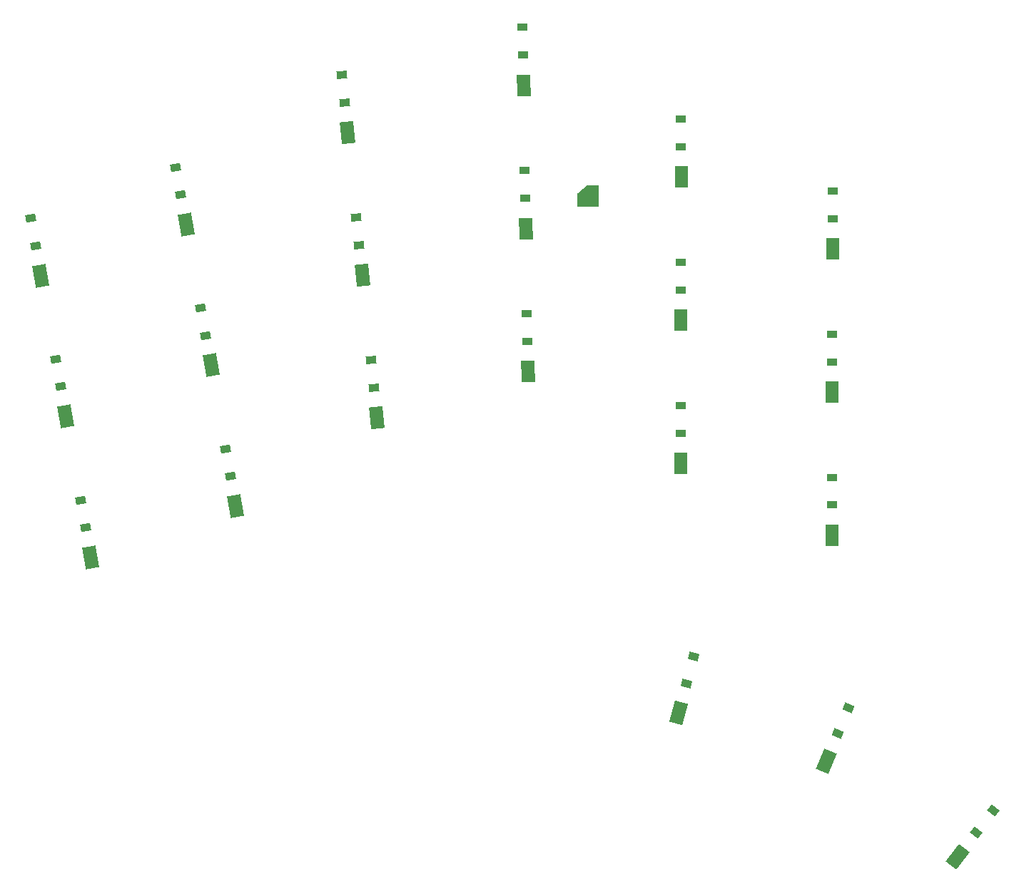
<source format=gbr>
%TF.GenerationSoftware,KiCad,Pcbnew,7.0.7*%
%TF.CreationDate,2024-02-04T11:46:41-06:00*%
%TF.ProjectId,main,6d61696e-2e6b-4696-9361-645f70636258,v1.0.0*%
%TF.SameCoordinates,Original*%
%TF.FileFunction,Paste,Top*%
%TF.FilePolarity,Positive*%
%FSLAX46Y46*%
G04 Gerber Fmt 4.6, Leading zero omitted, Abs format (unit mm)*
G04 Created by KiCad (PCBNEW 7.0.7) date 2024-02-04 11:46:41*
%MOMM*%
%LPD*%
G01*
G04 APERTURE LIST*
G04 Aperture macros list*
%AMRotRect*
0 Rectangle, with rotation*
0 The origin of the aperture is its center*
0 $1 length*
0 $2 width*
0 $3 Rotation angle, in degrees counterclockwise*
0 Add horizontal line*
21,1,$1,$2,0,0,$3*%
%AMFreePoly0*
4,1,6,1.300000,-1.300000,-1.300000,-1.300000,-1.300000,0.250000,-0.050000,1.300000,1.300000,1.300000,1.300000,-1.300000,1.300000,-1.300000,$1*%
G04 Aperture macros list end*
%ADD10RotRect,1.600000X2.600000X179.900000*%
%ADD11RotRect,1.600000X2.600000X180.900000*%
%ADD12RotRect,0.900000X1.200000X269.900000*%
%ADD13RotRect,0.900000X1.200000X270.900000*%
%ADD14RotRect,0.900000X1.200000X280.000000*%
%ADD15RotRect,1.600000X2.600000X190.000000*%
%ADD16RotRect,1.600000X2.600000X157.400000*%
%ADD17RotRect,1.600000X2.600000X185.900000*%
%ADD18RotRect,0.900000X1.200000X275.900000*%
%ADD19RotRect,1.600000X2.600000X164.900000*%
%ADD20RotRect,0.900000X1.200000X254.900000*%
%ADD21RotRect,0.900000X1.200000X232.400000*%
%ADD22RotRect,1.600000X2.600000X142.400000*%
%ADD23RotRect,0.900000X1.200000X247.400000*%
%ADD24FreePoly0,0.100000*%
%ADD25RotRect,1.600000X2.600000X0.100000*%
G04 APERTURE END LIST*
D10*
%TO.C,S14*%
X166637093Y-91542908D03*
%TD*%
D11*
%TO.C,S11*%
X148233552Y-80642954D03*
%TD*%
D12*
%TO.C,D35*%
X166624151Y-84642868D03*
X166618391Y-87942862D03*
%TD*%
D13*
%TO.C,D32*%
X148100187Y-73744184D03*
X148152021Y-77043776D03*
%TD*%
D12*
%TO.C,D37*%
X184579577Y-110174264D03*
X184573817Y-113474258D03*
%TD*%
D10*
%TO.C,S17*%
X184622252Y-100074309D03*
%TD*%
D14*
%TO.C,D23*%
X92453517Y-96169167D03*
X93026555Y-99419033D03*
%TD*%
D12*
%TO.C,D34*%
X166594491Y-101642857D03*
X166588731Y-104942851D03*
%TD*%
D15*
%TO.C,S3*%
X90724317Y-86218243D03*
%TD*%
D16*
%TO.C,S20*%
X183905469Y-143921777D03*
%TD*%
D10*
%TO.C,S18*%
X184651906Y-83074328D03*
%TD*%
D17*
%TO.C,S8*%
X128855510Y-86186171D03*
%TD*%
D18*
%TO.C,D30*%
X126373875Y-62415334D03*
X126713091Y-65697854D03*
%TD*%
D12*
%TO.C,D38*%
X184609277Y-93174310D03*
X184603517Y-96474304D03*
%TD*%
D14*
%TO.C,D27*%
X106707121Y-73347354D03*
X107280159Y-76597220D03*
%TD*%
D15*
%TO.C,S5*%
X110881937Y-96879921D03*
%TD*%
D18*
%TO.C,D29*%
X128121358Y-79325282D03*
X128460574Y-82607802D03*
%TD*%
D12*
%TO.C,D36*%
X166653841Y-67642922D03*
X166648081Y-70942916D03*
%TD*%
D19*
%TO.C,S19*%
X166354312Y-138168212D03*
%TD*%
D17*
%TO.C,S7*%
X130602961Y-103096110D03*
%TD*%
D20*
%TO.C,D40*%
X168127642Y-131499942D03*
X167267978Y-134686002D03*
%TD*%
D13*
%TO.C,D33*%
X147833182Y-56746251D03*
X147885016Y-60045843D03*
%TD*%
D14*
%TO.C,D24*%
X89501521Y-79427429D03*
X90074559Y-82677295D03*
%TD*%
D18*
%TO.C,D28*%
X129868813Y-96235221D03*
X130208029Y-99517741D03*
%TD*%
D21*
%TO.C,D42*%
X203688266Y-149793043D03*
X201674786Y-152407599D03*
%TD*%
D15*
%TO.C,S4*%
X113833943Y-113621636D03*
%TD*%
%TO.C,S2*%
X93676323Y-102959974D03*
%TD*%
D12*
%TO.C,D39*%
X184638957Y-76174313D03*
X184633197Y-79474307D03*
%TD*%
D11*
%TO.C,S12*%
X147966525Y-63645045D03*
%TD*%
D15*
%TO.C,S6*%
X107929906Y-80138150D03*
%TD*%
D10*
%TO.C,S16*%
X184592540Y-117074288D03*
%TD*%
D22*
%TO.C,S21*%
X199498085Y-155275103D03*
%TD*%
D14*
%TO.C,D22*%
X95405560Y-112910875D03*
X95978598Y-116160741D03*
%TD*%
D13*
%TO.C,D31*%
X148367203Y-90742095D03*
X148419037Y-94041687D03*
%TD*%
D15*
%TO.C,S1*%
X96628351Y-119701736D03*
%TD*%
D14*
%TO.C,D25*%
X112611159Y-106830801D03*
X113184197Y-110080667D03*
%TD*%
D17*
%TO.C,S9*%
X127108017Y-69276189D03*
%TD*%
D23*
%TO.C,D41*%
X186534028Y-137542055D03*
X185265854Y-140588649D03*
%TD*%
D10*
%TO.C,S13*%
X166607434Y-108542854D03*
%TD*%
D11*
%TO.C,S10*%
X148500590Y-97640848D03*
%TD*%
D14*
%TO.C,D26*%
X109659134Y-90089063D03*
X110232172Y-93338929D03*
%TD*%
D24*
%TO.C,S15*%
X155633708Y-76735075D03*
D25*
X166679851Y-74515792D03*
%TD*%
M02*

</source>
